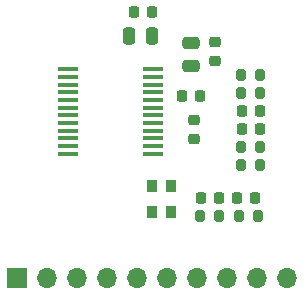
<source format=gbr>
%TF.GenerationSoftware,KiCad,Pcbnew,7.0.7*%
%TF.CreationDate,2025-03-08T19:07:00+10:30*%
%TF.ProjectId,V9381_Breakout,56393338-315f-4427-9265-616b6f75742e,rev?*%
%TF.SameCoordinates,Original*%
%TF.FileFunction,Soldermask,Top*%
%TF.FilePolarity,Negative*%
%FSLAX46Y46*%
G04 Gerber Fmt 4.6, Leading zero omitted, Abs format (unit mm)*
G04 Created by KiCad (PCBNEW 7.0.7) date 2025-03-08 19:07:00*
%MOMM*%
%LPD*%
G01*
G04 APERTURE LIST*
G04 Aperture macros list*
%AMRoundRect*
0 Rectangle with rounded corners*
0 $1 Rounding radius*
0 $2 $3 $4 $5 $6 $7 $8 $9 X,Y pos of 4 corners*
0 Add a 4 corners polygon primitive as box body*
4,1,4,$2,$3,$4,$5,$6,$7,$8,$9,$2,$3,0*
0 Add four circle primitives for the rounded corners*
1,1,$1+$1,$2,$3*
1,1,$1+$1,$4,$5*
1,1,$1+$1,$6,$7*
1,1,$1+$1,$8,$9*
0 Add four rect primitives between the rounded corners*
20,1,$1+$1,$2,$3,$4,$5,0*
20,1,$1+$1,$4,$5,$6,$7,0*
20,1,$1+$1,$6,$7,$8,$9,0*
20,1,$1+$1,$8,$9,$2,$3,0*%
G04 Aperture macros list end*
%ADD10R,0.900000X1.000000*%
%ADD11RoundRect,0.225000X-0.225000X-0.250000X0.225000X-0.250000X0.225000X0.250000X-0.225000X0.250000X0*%
%ADD12RoundRect,0.200000X0.200000X0.275000X-0.200000X0.275000X-0.200000X-0.275000X0.200000X-0.275000X0*%
%ADD13RoundRect,0.225000X0.250000X-0.225000X0.250000X0.225000X-0.250000X0.225000X-0.250000X-0.225000X0*%
%ADD14RoundRect,0.250000X0.475000X-0.250000X0.475000X0.250000X-0.475000X0.250000X-0.475000X-0.250000X0*%
%ADD15R,1.700000X1.700000*%
%ADD16O,1.700000X1.700000*%
%ADD17RoundRect,0.225000X0.225000X0.250000X-0.225000X0.250000X-0.225000X-0.250000X0.225000X-0.250000X0*%
%ADD18RoundRect,0.250000X-0.250000X-0.475000X0.250000X-0.475000X0.250000X0.475000X-0.250000X0.475000X0*%
%ADD19RoundRect,0.200000X-0.200000X-0.275000X0.200000X-0.275000X0.200000X0.275000X-0.200000X0.275000X0*%
%ADD20R,1.750000X0.450000*%
G04 APERTURE END LIST*
D10*
%TO.C,X1*%
X147600000Y-100702000D03*
X147600000Y-98552000D03*
X146050000Y-98552000D03*
X146050000Y-100702000D03*
%TD*%
D11*
%TO.C,C1*%
X153607000Y-93726000D03*
X155157000Y-93726000D03*
%TD*%
D12*
%TO.C,R1*%
X155194000Y-96774000D03*
X153544000Y-96774000D03*
%TD*%
%TO.C,R3*%
X155194000Y-95250000D03*
X153544000Y-95250000D03*
%TD*%
D13*
%TO.C,C3*%
X149606000Y-94501000D03*
X149606000Y-92951000D03*
%TD*%
D14*
%TO.C,C10*%
X149352000Y-88326000D03*
X149352000Y-86426000D03*
%TD*%
D12*
%TO.C,R6*%
X155003000Y-101092000D03*
X153353000Y-101092000D03*
%TD*%
D15*
%TO.C,J1*%
X134620000Y-106299000D03*
D16*
X137160000Y-106299000D03*
X139700000Y-106299000D03*
X142240000Y-106299000D03*
X144780000Y-106299000D03*
X147320000Y-106299000D03*
X149860000Y-106299000D03*
X152400000Y-106299000D03*
X154940000Y-106299000D03*
X157480000Y-106299000D03*
%TD*%
D11*
%TO.C,C7*%
X144513000Y-83820000D03*
X146063000Y-83820000D03*
%TD*%
D17*
%TO.C,C4*%
X151739000Y-99568000D03*
X150189000Y-99568000D03*
%TD*%
D12*
%TO.C,R4*%
X155194000Y-90678000D03*
X153544000Y-90678000D03*
%TD*%
D11*
%TO.C,C8*%
X148577000Y-90932000D03*
X150127000Y-90932000D03*
%TD*%
D13*
%TO.C,C9*%
X151384000Y-87897000D03*
X151384000Y-86347000D03*
%TD*%
D18*
%TO.C,C6*%
X144084000Y-85852000D03*
X145984000Y-85852000D03*
%TD*%
D17*
%TO.C,C2*%
X155157000Y-92202000D03*
X153607000Y-92202000D03*
%TD*%
D19*
%TO.C,R5*%
X150051000Y-101092000D03*
X151701000Y-101092000D03*
%TD*%
%TO.C,R2*%
X153544000Y-89154000D03*
X155194000Y-89154000D03*
%TD*%
D17*
%TO.C,C5*%
X154787000Y-99568000D03*
X153237000Y-99568000D03*
%TD*%
D20*
%TO.C,U1*%
X146094000Y-95777000D03*
X146094000Y-95127000D03*
X146094000Y-94477000D03*
X146094000Y-93827000D03*
X146094000Y-93177000D03*
X146094000Y-92527000D03*
X146094000Y-91877000D03*
X146094000Y-91227000D03*
X146094000Y-90577000D03*
X146094000Y-89927000D03*
X146094000Y-89277000D03*
X146094000Y-88627000D03*
X138894000Y-88627000D03*
X138894000Y-89277000D03*
X138894000Y-89927000D03*
X138894000Y-90577000D03*
X138894000Y-91227000D03*
X138894000Y-91877000D03*
X138894000Y-92527000D03*
X138894000Y-93177000D03*
X138894000Y-93827000D03*
X138894000Y-94477000D03*
X138894000Y-95127000D03*
X138894000Y-95777000D03*
%TD*%
M02*

</source>
